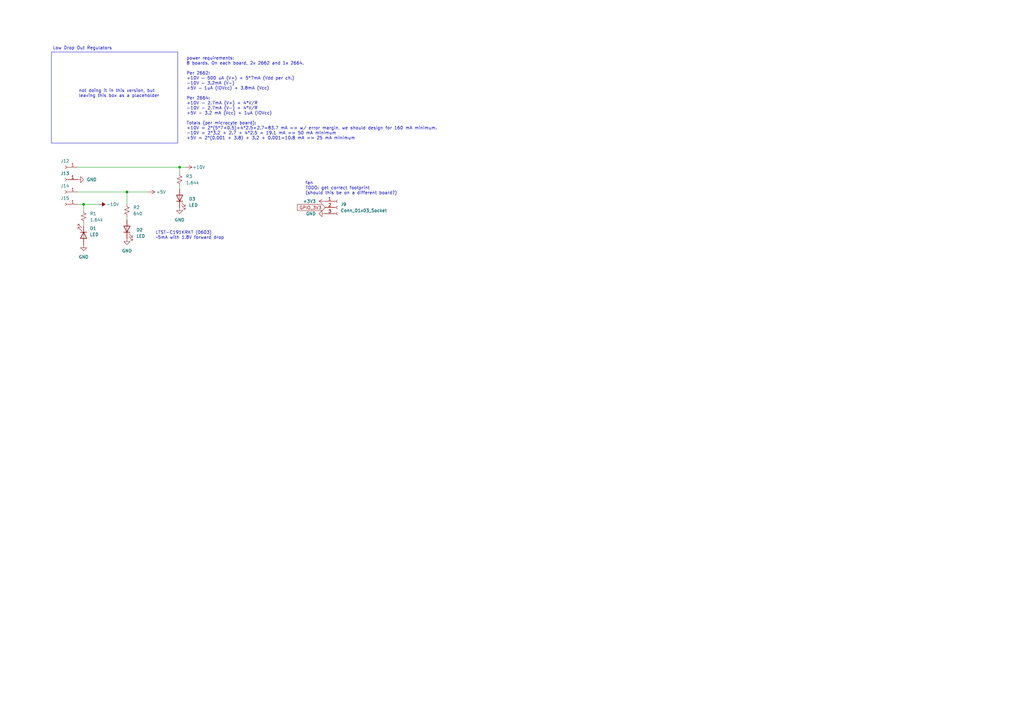
<source format=kicad_sch>
(kicad_sch (version 20250114) (generator "eeschema") (generator_version "9.0")
  (paper "A3")
  (lib_symbols
    (symbol "Connector:Conn_01x01_Socket" (pin_names (offset 1.016) (hide yes))
      (property "Reference" "J" (at 0 2.54 0))
      (property "Value" "Conn_01x01_Socket" (at 0 -2.54 0))
      (symbol "Conn_01x01_Socket_1_1"
        (polyline (pts (xy -1.27 0) (xy -0.508 0)) (stroke (width 0.1524)))
        (arc (start 0 -0.508) (mid -0.5058 0) (end 0 0.508) (stroke (width 0.1524)))
        (pin passive line (at -5.08 0 0) (length 3.81) (name "Pin_1") (number "1"))
      )
    )
    (symbol "Connector:Conn_01x03_Socket" (pin_names (offset 1.016) (hide yes))
      (property "Reference" "J" (at 0 5.08 0))
      (property "Value" "Conn_01x03_Socket" (at 0 -5.08 0))
      (symbol "Conn_01x03_Socket_1_1"
        (polyline (pts (xy -1.27 2.54) (xy -0.508 2.54)) (stroke (width 0.1524)))
        (polyline (pts (xy -1.27 0) (xy -0.508 0)) (stroke (width 0.1524)))
        (polyline (pts (xy -1.27 -2.54) (xy -0.508 -2.54)) (stroke (width 0.1524)))
        (arc (start 0 2.032) (mid -0.5058 2.54) (end 0 3.048) (stroke (width 0.1524)))
        (arc (start 0 -0.508) (mid -0.5058 0) (end 0 0.508) (stroke (width 0.1524)))
        (arc (start 0 -3.048) (mid -0.5058 -2.54) (end 0 -2.032) (stroke (width 0.1524)))
        (pin passive line (at -5.08 2.54 0) (length 3.81) (name "Pin_1") (number "1"))
        (pin passive line (at -5.08 0 0) (length 3.81) (name "Pin_2") (number "2"))
        (pin passive line (at -5.08 -2.54 0) (length 3.81) (name "Pin_3") (number "3"))
      )
    )
    (symbol "Device:LED" (pin_numbers (hide yes)) (pin_names (offset 1.016) (hide yes))
      (property "Reference" "D" (at 0 2.54 0))
      (property "Value" "LED" (at 0 -2.54 0))
      (symbol "LED_0_1"
        (polyline (pts (xy -3.048 -0.762) (xy -4.572 -2.286) (xy -3.81 -2.286) (xy -4.572 -2.286) (xy -4.572 -1.524)))
        (polyline (pts (xy -1.778 -0.762) (xy -3.302 -2.286) (xy -2.54 -2.286) (xy -3.302 -2.286) (xy -3.302 -1.524)))
        (polyline (pts (xy -1.27 0) (xy 1.27 0)))
        (polyline (pts (xy -1.27 -1.27) (xy -1.27 1.27)) (stroke (width 0.254)))
        (polyline (pts (xy 1.27 -1.27) (xy 1.27 1.27) (xy -1.27 0) (xy 1.27 -1.27)) (stroke (width 0.254)))
      )
      (symbol "LED_1_1"
        (pin passive line (at -3.81 0 0) (length 2.54) (name "K") (number "1"))
        (pin passive line (at 3.81 0 180) (length 2.54) (name "A") (number "2"))
      )
    )
    (symbol "Device:R_Small_US" (pin_numbers (hide yes)) (pin_names (offset 0.254) (hide yes))
      (property "Reference" "R" (at 0.762 0.508 0))
      (property "Value" "R_Small_US" (at 0.762 -1.016 0))
      (symbol "R_Small_US_1_1"
        (polyline (pts (xy 0 1.524) (xy 1.016 1.143) (xy 0 0.762) (xy -1.016 0.381) (xy 0 0)))
        (polyline (pts (xy 0 0) (xy 1.016 -0.381) (xy 0 -0.762) (xy -1.016 -1.143) (xy 0 -1.524)))
        (pin passive line (at 0 2.54 270) (length 1.016) (name "~") (number "1"))
        (pin passive line (at 0 -2.54 90) (length 1.016) (name "~") (number "2"))
      )
    )
    (symbol "power:+10V" (power) (pin_numbers (hide yes)) (pin_names (offset 0) (hide yes))
      (property "Value" "+10V" (at 0 3.556 0))
      (symbol "+10V_0_1"
        (polyline (pts (xy -0.762 1.27) (xy 0 2.54)))
        (polyline (pts (xy 0 2.54) (xy 0.762 1.27)))
        (polyline (pts (xy 0 0) (xy 0 2.54)))
      )
      (symbol "+10V_1_1"
        (pin power_in line (at 0 0 90) (length 0) (name "~") (number "1"))
      )
    )
    (symbol "power:+3V3" (power) (pin_names (offset 0))
      (property "Value" "+3V3" (at 0 3.556 0))
      (symbol "+3V3_0_1"
        (polyline (pts (xy -0.762 1.27) (xy 0 2.54)))
        (polyline (pts (xy 0 2.54) (xy 0.762 1.27)))
        (polyline (pts (xy 0 0) (xy 0 2.54)))
      )
      (symbol "+3V3_1_1"
        (pin power_in line (at 0 0 90) (length 0) (hide yes) (name "+3V3") (number "1"))
      )
    )
    (symbol "power:+5V" (power) (pin_numbers (hide yes)) (pin_names (offset 0) (hide yes))
      (property "Value" "+5V" (at 0 3.556 0))
      (symbol "+5V_0_1"
        (polyline (pts (xy -0.762 1.27) (xy 0 2.54)))
        (polyline (pts (xy 0 2.54) (xy 0.762 1.27)))
        (polyline (pts (xy 0 0) (xy 0 2.54)))
      )
      (symbol "+5V_1_1"
        (pin power_in line (at 0 0 90) (length 0) (name "~") (number "1"))
      )
    )
    (symbol "power:-10V" (power) (pin_numbers (hide yes)) (pin_names (offset 0) (hide yes))
      (property "Value" "-10V" (at 0 3.556 0))
      (symbol "-10V_0_0"
        (pin power_in line (at 0 0 90) (length 0) (name "~") (number "1"))
      )
      (symbol "-10V_0_1"
        (polyline (pts (xy 0 0) (xy 0 1.27) (xy 0.762 1.27) (xy 0 2.54) (xy -0.762 1.27) (xy 0 1.27)) (fill (type outline)))
      )
    )
    (symbol "power:GND" (power) (pin_numbers (hide yes)) (pin_names (offset 0) (hide yes))
      (property "Value" "GND" (at 0 -3.81 0))
      (symbol "GND_0_1"
        (polyline (pts (xy 0 0) (xy 0 -1.27) (xy 1.27 -1.27) (xy 0 -2.54) (xy -1.27 -1.27) (xy 0 -1.27)))
      )
      (symbol "GND_1_1"
        (pin power_in line (at 0 0 270) (length 0) (name "~") (number "1"))
      )
    )
  )
  (rectangle (start 21.082 21.336) (end 72.898 58.674))
  (text "Low Drop Out Regulators" (at 33.782 19.812 0) (effects (font (size 1.27 1.27))))
  (text "fan\nTODO: get correct footprint\n(should this be on a different board?)" (at 125.222 77.216 0) (effects (font (size 1.27 1.27)) (justify left)))
  (text "LTST-C191KRKT (0603)\n~5mA with 1.8V forward drop" (at 63.754 96.52 0) (effects (font (size 1.27 1.27)) (justify left)))
  (text "power requirements:\n8 boards. On each board, 2x 2662 and 1x 2664.\n\nPer 2662:\n+10V — 500 uA (V+) + 5*7mA (Vdd per ch.)\n-10V — 3.2mA (V-)\n+5V — 1uA (IOVcc) + 3.8mA (Vcc)\n\nPer 2664:\n+10V - 2.7mA (V+) + 4*V/R\n-10V - 2.7mA (V-) + 4*V/R\n+5V - 3.2 mA (Vcc) + 1uA (IOVcc)\n\nTotals (per microcyte board):\n+10V = 2*(5*7+0.5)+4*2.5+2.7=83.7 mA => w/ error margin, we should design for 160 mA minimum.\n-10V = 2*3.2 + 2.7 + 4*2.5 = 19.1 mA => 50 mA minimum\n+5V = 2*(0.001 + 3.8) + 3.2 + 0.001=10.8 mA => 25 mA minimum" (at 76.454 40.386 0) (effects (font (size 1.27 1.27)) (justify left)))
  (text "not doing it in this version, but\nleaving this box as a placeholder" (at 32.258 38.354 0) (effects (font (size 1.27 1.27)) (justify left)))
  (junction (at 73.66 68.58))
  (junction (at 52.07 78.74))
  (junction (at 34.29 83.82))
  (wire (pts (xy 76.2 68.58) (xy 73.66 68.58)))
  (wire (pts (xy 34.29 83.82) (xy 31.75 83.82)))
  (wire (pts (xy 52.07 78.74) (xy 31.75 78.74)))
  (wire (pts (xy 40.64 83.82) (xy 34.29 83.82)))
  (wire (pts (xy 34.29 83.82) (xy 34.29 86.36)))
  (wire (pts (xy 52.07 88.9) (xy 52.07 90.17)))
  (wire (pts (xy 73.66 76.2) (xy 73.66 77.47)))
  (wire (pts (xy 60.96 78.74) (xy 52.07 78.74)))
  (wire (pts (xy 34.29 91.44) (xy 34.29 92.71)))
  (wire (pts (xy 52.07 78.74) (xy 52.07 83.82)))
  (wire (pts (xy 73.66 68.58) (xy 31.75 68.58)))
  (wire (pts (xy 73.66 68.58) (xy 73.66 71.12)))
  (global_label "GPIO_3V3" (shape input) (at 133.35 85.09 180) (property "Intersheetrefs" "${INTERSHEET_REFS}" (effects (hide yes))))
  (symbol (lib_id "Device:R_Small_US") (at 52.07 86.36 0) (unit 1)
    (property "Reference" "R2" (at 54.61 85.0899 0) (effects (justify left)))
    (property "Value" "640" (at 54.61 87.6299 0) (effects (justify left)))
  )
  (symbol (lib_id "power:GND") (at 34.29 100.33 0) (unit 1)
    (property "Reference" "#PWR0341" (effects (hide yes)))
    (property "Value" "GND" (at 34.29 105.41 0))
  )
  (symbol (lib_id "power:+3V3") (at 133.35 82.55 90) (mirror x) (unit 1)
    (property "Reference" "#PWR0338" (effects (hide yes)))
    (property "Value" "+3V3" (at 129.54 82.55 90) (effects (justify left)))
  )
  (symbol (lib_id "power:GND") (at 133.35 87.63 270) (mirror x) (unit 1)
    (property "Reference" "#PWR0337" (effects (hide yes)))
    (property "Value" "GND" (at 129.54 87.63 90) (effects (justify right)))
  )
  (symbol (lib_id "power:GND") (at 31.75 73.66 90) (unit 1)
    (property "Reference" "#PWR0340" (effects (hide yes)))
    (property "Value" "GND" (at 35.56 73.6599 90) (effects (justify right)))
    (property "Description" "Power symbol creates a global label with name \"GND\" , ground" (effects (hide yes)))
  )
  (symbol (lib_id "Connector:Conn_01x01_Socket") (at 26.67 78.74 180) (unit 1)
    (property "Reference" "J14" (at 28.448 76.2 0) (effects (justify left)))
    (property "Value" "Conn_01x01_Socket" (effects (hide yes)))
    (property "Description" "Generic connector, single row, 01x01, script generated" (effects (hide yes)))
  )
  (symbol (lib_id "Device:LED") (at 52.07 93.98 90) (unit 1)
    (property "Reference" "D2" (at 55.88 94.2974 90) (effects (justify right)))
    (property "Value" "LED" (at 55.88 96.8374 90) (effects (justify right)))
    (property "Description" "Light emitting diode" (effects (hide yes)))
    (property "Sim.Pins" "1=K 2=A" (effects (hide yes)))
  )
  (symbol (lib_id "power:+10V") (at 76.2 68.58 270) (unit 1)
    (property "Reference" "#PWR0346" (effects (hide yes)))
    (property "Value" "+10V" (at 81.534 68.58 90))
    (property "Description" "Power symbol creates a global label with name \"+10V\"" (effects (hide yes)))
  )
  (symbol (lib_id "Device:LED") (at 34.29 96.52 270) (unit 1)
    (property "Reference" "D1" (at 36.83 93.6624 90) (effects (justify left)))
    (property "Value" "LED" (at 36.83 96.2024 90) (effects (justify left)))
    (property "Description" "Light emitting diode" (effects (hide yes)))
    (property "Sim.Pins" "1=K 2=A" (effects (hide yes)))
  )
  (symbol (lib_id "Device:LED") (at 73.66 81.28 90) (unit 1)
    (property "Reference" "D3" (at 77.47 81.5974 90) (effects (justify right)))
    (property "Value" "LED" (at 77.47 84.1374 90) (effects (justify right)))
    (property "Description" "Light emitting diode" (effects (hide yes)))
    (property "Sim.Pins" "1=K 2=A" (effects (hide yes)))
  )
  (symbol (lib_id "Device:R_Small_US") (at 34.29 88.9 0) (unit 1)
    (property "Reference" "R1" (at 36.83 87.6299 0) (effects (justify left)))
    (property "Value" "1.64k" (at 36.83 90.1699 0) (effects (justify left)))
  )
  (symbol (lib_id "power:-10V") (at 40.64 83.82 270) (unit 1)
    (property "Reference" "#PWR0342" (effects (hide yes)))
    (property "Value" "-10V" (at 46.228 83.82 90))
    (property "Description" "Power symbol creates a global label with name \"-10V\"" (effects (hide yes)))
  )
  (symbol (lib_id "Connector:Conn_01x01_Socket") (at 26.67 83.82 180) (unit 1)
    (property "Reference" "J15" (at 28.448 81.28 0) (effects (justify left)))
    (property "Value" "Conn_01x01_Socket" (effects (hide yes)))
    (property "Description" "Generic connector, single row, 01x01, script generated" (effects (hide yes)))
  )
  (symbol (lib_id "Connector:Conn_01x01_Socket") (at 26.67 68.58 180) (unit 1)
    (property "Reference" "J12" (at 28.448 66.04 0) (effects (justify left)))
    (property "Value" "Conn_01x01_Socket" (effects (hide yes)))
    (property "Description" "Generic connector, single row, 01x01, script generated" (effects (hide yes)))
  )
  (symbol (lib_id "power:GND") (at 52.07 97.79 0) (unit 1)
    (property "Reference" "#PWR0343" (effects (hide yes)))
    (property "Value" "GND" (at 52.07 102.87 0))
  )
  (symbol (lib_id "Device:R_Small_US") (at 73.66 73.66 0) (unit 1)
    (property "Reference" "R3" (at 76.2 72.3899 0) (effects (justify left)))
    (property "Value" "1.64k" (at 76.2 74.9299 0) (effects (justify left)))
  )
  (symbol (lib_id "power:+5V") (at 60.96 78.74 270) (unit 1)
    (property "Reference" "#PWR0344" (effects (hide yes)))
    (property "Value" "+5V" (at 66.04 78.74 90))
    (property "Description" "Power symbol creates a global label with name \"+5V\"" (effects (hide yes)))
  )
  (symbol (lib_id "Connector:Conn_01x01_Socket") (at 26.67 73.66 180) (unit 1)
    (property "Reference" "J13" (at 28.448 71.12 0) (effects (justify left)))
    (property "Value" "Conn_01x01_Socket" (effects (hide yes)))
    (property "Description" "Generic connector, single row, 01x01, script generated" (effects (hide yes)))
  )
  (symbol (lib_id "power:GND") (at 73.66 85.09 0) (unit 1)
    (property "Reference" "#PWR0345" (effects (hide yes)))
    (property "Value" "GND" (at 73.66 90.17 0))
  )
  (symbol (lib_id "Connector:Conn_01x03_Socket") (at 138.43 85.09 0) (unit 1)
    (property "Reference" "J9" (at 139.7 83.8199 0) (effects (justify left)))
    (property "Value" "Conn_01x03_Socket" (at 139.7 86.3599 0) (effects (justify left)))
    (property "Description" "Generic connector, single row, 01x03, script generated" (effects (hide yes)))
  )
)
</source>
